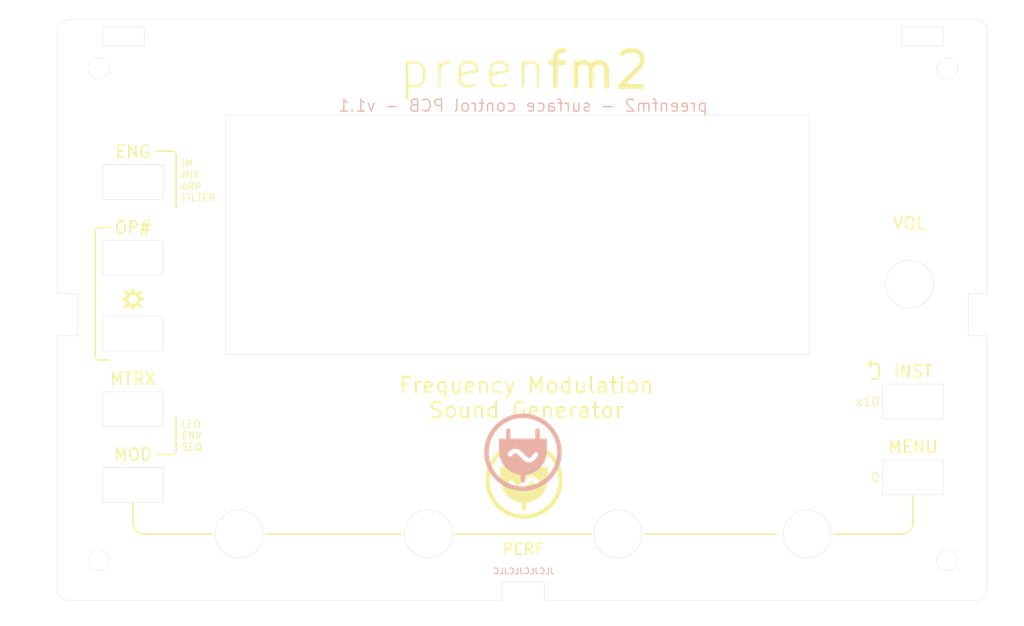
<source format=kicad_pcb>
(kicad_pcb (version 20171130) (host pcbnew "(5.1.8)-1")

  (general
    (thickness 1.6)
    (drawings 138)
    (tracks 0)
    (zones 0)
    (modules 6)
    (nets 1)
  )

  (page A4)
  (layers
    (0 F.Cu signal)
    (31 B.Cu signal)
    (32 B.Adhes user)
    (33 F.Adhes user)
    (34 B.Paste user)
    (35 F.Paste user)
    (36 B.SilkS user)
    (37 F.SilkS user)
    (38 B.Mask user)
    (39 F.Mask user)
    (40 Dwgs.User user)
    (41 Cmts.User user)
    (42 Eco1.User user)
    (43 Eco2.User user)
    (44 Edge.Cuts user)
    (45 Margin user)
    (46 B.CrtYd user)
    (47 F.CrtYd user)
    (48 B.Fab user)
    (49 F.Fab user)
  )

  (setup
    (last_trace_width 0.25)
    (trace_clearance 0.2)
    (zone_clearance 0.508)
    (zone_45_only no)
    (trace_min 0.2)
    (via_size 0.8)
    (via_drill 0.4)
    (via_min_size 0.4)
    (via_min_drill 0.3)
    (uvia_size 0.3)
    (uvia_drill 0.1)
    (uvias_allowed no)
    (uvia_min_size 0.2)
    (uvia_min_drill 0.1)
    (edge_width 0.05)
    (segment_width 0.2)
    (pcb_text_width 0.3)
    (pcb_text_size 1.5 1.5)
    (mod_edge_width 0.12)
    (mod_text_size 1 1)
    (mod_text_width 0.15)
    (pad_size 1.524 1.524)
    (pad_drill 0.762)
    (pad_to_mask_clearance 0)
    (aux_axis_origin 0 0)
    (visible_elements 7FFFFFFF)
    (pcbplotparams
      (layerselection 0x010fc_ffffffff)
      (usegerberextensions false)
      (usegerberattributes true)
      (usegerberadvancedattributes true)
      (creategerberjobfile true)
      (excludeedgelayer true)
      (linewidth 0.100000)
      (plotframeref false)
      (viasonmask false)
      (mode 1)
      (useauxorigin false)
      (hpglpennumber 1)
      (hpglpenspeed 20)
      (hpglpendiameter 15.000000)
      (psnegative false)
      (psa4output false)
      (plotreference true)
      (plotvalue true)
      (plotinvisibletext false)
      (padsonsilk false)
      (subtractmaskfromsilk false)
      (outputformat 1)
      (mirror false)
      (drillshape 0)
      (scaleselection 1)
      (outputdirectory "v1.0/Gerber_pfm2_Topsurface_v1/"))
  )

  (net 0 "")

  (net_class Default "This is the default net class."
    (clearance 0.2)
    (trace_width 0.25)
    (via_dia 0.8)
    (via_drill 0.4)
    (uvia_dia 0.3)
    (uvia_drill 0.1)
  )

  (module 0_pfm_lib:pfm_logo_15mm (layer B.Cu) (tedit 0) (tstamp 605FC94B)
    (at 116.84 136.906 180)
    (fp_text reference G*** (at 0 0) (layer B.SilkS) hide
      (effects (font (size 1.524 1.524) (thickness 0.3)) (justify mirror))
    )
    (fp_text value LOGO (at 0.75 0) (layer B.SilkS) hide
      (effects (font (size 1.524 1.524) (thickness 0.3)) (justify mirror))
    )
    (fp_poly (pts (xy -2.338367 4.140487) (xy -2.245007 4.10375) (xy -2.170571 4.049911) (xy -2.164401 4.043467)
      (xy -2.1414 4.017455) (xy -2.122394 3.991694) (xy -2.107002 3.9626) (xy -2.094844 3.926591)
      (xy -2.085539 3.880085) (xy -2.078705 3.819499) (xy -2.073963 3.74125) (xy -2.070931 3.641755)
      (xy -2.069228 3.517432) (xy -2.068474 3.364698) (xy -2.068288 3.17997) (xy -2.068285 3.139297)
      (xy -2.068285 2.413) (xy 2.104572 2.413) (xy 2.104572 3.139297) (xy 2.104691 3.330783)
      (xy 2.105303 3.489566) (xy 2.106787 3.619229) (xy 2.109526 3.723354) (xy 2.113899 3.805525)
      (xy 2.120288 3.869323) (xy 2.129074 3.918332) (xy 2.140637 3.956134) (xy 2.155358 3.986312)
      (xy 2.173619 4.012449) (xy 2.195799 4.038127) (xy 2.200688 4.043467) (xy 2.274492 4.100316)
      (xy 2.36718 4.137708) (xy 2.467197 4.153372) (xy 2.562985 4.145041) (xy 2.618009 4.125429)
      (xy 2.70428 4.067829) (xy 2.777883 3.992703) (xy 2.809227 3.946071) (xy 2.816834 3.928842)
      (xy 2.823144 3.904862) (xy 2.828311 3.870673) (xy 2.832491 3.822818) (xy 2.835839 3.75784)
      (xy 2.838511 3.672279) (xy 2.84066 3.562679) (xy 2.842443 3.425583) (xy 2.844015 3.257532)
      (xy 2.844833 3.152321) (xy 2.850308 2.413) (xy 4.027715 2.413) (xy 4.027715 1.271922)
      (xy 4.027531 1.012923) (xy 4.026884 0.786894) (xy 4.025632 0.590523) (xy 4.023631 0.420497)
      (xy 4.020739 0.273502) (xy 4.016814 0.146225) (xy 4.011711 0.035353) (xy 4.00529 -0.062428)
      (xy 3.997406 -0.150431) (xy 3.987917 -0.231969) (xy 3.97668 -0.310356) (xy 3.963553 -0.388904)
      (xy 3.953865 -0.442008) (xy 3.869064 -0.797806) (xy 3.750702 -1.14338) (xy 3.600631 -1.476418)
      (xy 3.420706 -1.794608) (xy 3.212776 -2.095638) (xy 2.978696 -2.377195) (xy 2.720317 -2.636968)
      (xy 2.439492 -2.872644) (xy 2.138072 -3.081912) (xy 1.817911 -3.262459) (xy 1.620259 -3.354884)
      (xy 1.266025 -3.488546) (xy 0.897595 -3.58894) (xy 0.60371 -3.643584) (xy 0.390072 -3.67559)
      (xy 0.381 -4.200902) (xy 0.378038 -4.361435) (xy 0.374816 -4.490026) (xy 0.370614 -4.591017)
      (xy 0.364712 -4.668748) (xy 0.356387 -4.727562) (xy 0.344921 -4.771799) (xy 0.329591 -4.8058)
      (xy 0.309678 -4.833906) (xy 0.284461 -4.860459) (xy 0.269084 -4.875027) (xy 0.18928 -4.928224)
      (xy 0.092561 -4.960796) (xy -0.008352 -4.970183) (xy -0.100737 -4.953826) (xy -0.108314 -4.950958)
      (xy -0.182781 -4.909404) (xy -0.25237 -4.850607) (xy -0.302256 -4.787203) (xy -0.303911 -4.784241)
      (xy -0.313346 -4.763075) (xy -0.320959 -4.734943) (xy -0.327048 -4.695588) (xy -0.33191 -4.640756)
      (xy -0.335843 -4.56619) (xy -0.339145 -4.467636) (xy -0.342113 -4.340839) (xy -0.344714 -4.200854)
      (xy -0.353785 -3.675494) (xy -0.553357 -3.645235) (xy -0.92697 -3.570962) (xy -1.287234 -3.464299)
      (xy -1.632458 -3.326766) (xy -1.960951 -3.15988) (xy -2.271022 -2.96516) (xy -2.560978 -2.744124)
      (xy -2.829129 -2.498289) (xy -3.073784 -2.229175) (xy -3.29325 -1.938298) (xy -3.485837 -1.627178)
      (xy -3.649853 -1.297332) (xy -3.783606 -0.950278) (xy -3.864714 -0.67305) (xy -3.885673 -0.590065)
      (xy -3.903874 -0.515689) (xy -3.919527 -0.446743) (xy -3.932845 -0.380049) (xy -3.94404 -0.312427)
      (xy -3.952299 -0.248611) (xy -2.521458 -0.248611) (xy -2.519346 -0.295932) (xy -2.510416 -0.340419)
      (xy -2.49158 -0.389293) (xy -2.459752 -0.449776) (xy -2.411841 -0.529087) (xy -2.379943 -0.579547)
      (xy -2.208428 -0.829268) (xy -2.035089 -1.042957) (xy -1.859543 -1.22084) (xy -1.681409 -1.363141)
      (xy -1.500304 -1.470086) (xy -1.315848 -1.541899) (xy -1.127657 -1.578806) (xy -0.935349 -1.581032)
      (xy -0.738544 -1.548802) (xy -0.736451 -1.548282) (xy -0.61498 -1.50767) (xy -0.479562 -1.444782)
      (xy -0.340044 -1.364734) (xy -0.206655 -1.272932) (xy -0.159948 -1.234275) (xy -0.092086 -1.173398)
      (xy -0.007129 -1.094174) (xy 0.090863 -1.000476) (xy 0.19783 -0.896178) (xy 0.309711 -0.785154)
      (xy 0.399143 -0.694991) (xy 0.548744 -0.544312) (xy 0.676851 -0.418289) (xy 0.786231 -0.314591)
      (xy 0.879647 -0.230888) (xy 0.959864 -0.164849) (xy 1.029647 -0.114144) (xy 1.091759 -0.076443)
      (xy 1.148966 -0.049415) (xy 1.177458 -0.038883) (xy 1.27095 -0.019739) (xy 1.364422 -0.026726)
      (xy 1.460521 -0.061251) (xy 1.561898 -0.124716) (xy 1.671203 -0.218528) (xy 1.791085 -0.344091)
      (xy 1.823827 -0.381546) (xy 1.89593 -0.462875) (xy 1.952396 -0.520149) (xy 1.999065 -0.558563)
      (xy 2.041776 -0.583311) (xy 2.058559 -0.590357) (xy 2.166599 -0.614073) (xy 2.271875 -0.605539)
      (xy 2.368566 -0.568378) (xy 2.450848 -0.50621) (xy 2.512901 -0.422655) (xy 2.5489 -0.321334)
      (xy 2.554292 -0.282056) (xy 2.552654 -0.204554) (xy 2.532764 -0.127262) (xy 2.491911 -0.044715)
      (xy 2.42739 0.048552) (xy 2.336492 0.158004) (xy 2.335954 0.158615) (xy 2.166877 0.334815)
      (xy 1.999503 0.476315) (xy 1.831458 0.584469) (xy 1.660369 0.660634) (xy 1.483862 0.706166)
      (xy 1.351643 0.720764) (xy 1.176827 0.716974) (xy 1.00783 0.685418) (xy 0.83918 0.624367)
      (xy 0.665401 0.532088) (xy 0.578679 0.476275) (xy 0.483982 0.408221) (xy 0.384874 0.328689)
      (xy 0.277675 0.234314) (xy 0.158704 0.121729) (xy 0.024283 -0.01243) (xy -0.127 -0.169145)
      (xy -0.273626 -0.321537) (xy -0.399722 -0.448681) (xy -0.508218 -0.55301) (xy -0.602042 -0.636957)
      (xy -0.684124 -0.702955) (xy -0.757394 -0.753438) (xy -0.824781 -0.79084) (xy -0.889214 -0.817593)
      (xy -0.919068 -0.827111) (xy -1.008734 -0.841647) (xy -1.098899 -0.83201) (xy -1.19133 -0.79683)
      (xy -1.287792 -0.734735) (xy -1.390052 -0.644354) (xy -1.499875 -0.524314) (xy -1.619028 -0.373246)
      (xy -1.749277 -0.189777) (xy -1.759857 -0.174209) (xy -1.833815 -0.06967) (xy -1.896462 0.006945)
      (xy -1.952874 0.060091) (xy -2.008125 0.09422) (xy -2.067291 0.113785) (xy -2.093583 0.118589)
      (xy -2.202257 0.117841) (xy -2.303629 0.085763) (xy -2.391965 0.027277) (xy -2.461527 -0.052694)
      (xy -2.506582 -0.14923) (xy -2.521458 -0.248611) (xy -3.952299 -0.248611) (xy -3.953323 -0.240699)
      (xy -3.960906 -0.161686) (xy -3.967001 -0.07221) (xy -3.971819 0.030909) (xy -3.975572 0.150848)
      (xy -3.978473 0.290788) (xy -3.980732 0.453905) (xy -3.982561 0.643381) (xy -3.984173 0.862392)
      (xy -3.985778 1.114118) (xy -3.985986 1.147536) (xy -3.99385 2.413) (xy -2.812142 2.413)
      (xy -2.812142 3.092464) (xy -2.811566 3.288118) (xy -2.809876 3.459828) (xy -2.807136 3.605208)
      (xy -2.803407 3.721875) (xy -2.79875 3.807445) (xy -2.793227 3.859533) (xy -2.792189 3.864966)
      (xy -2.752845 3.967917) (xy -2.686248 4.053033) (xy -2.598674 4.115209) (xy -2.496397 4.149343)
      (xy -2.436401 4.154316) (xy -2.338367 4.140487)) (layer B.SilkS) (width 0.01))
    (fp_poly (pts (xy 0.187931 6.611647) (xy 0.347541 6.609319) (xy 0.486766 6.604488) (xy 0.613545 6.5966)
      (xy 0.735814 6.585103) (xy 0.861511 6.569445) (xy 0.998574 6.549073) (xy 1.070429 6.537507)
      (xy 1.539639 6.442447) (xy 1.997874 6.313488) (xy 2.4435 6.151797) (xy 2.874878 5.958539)
      (xy 3.290372 5.734882) (xy 3.688345 5.48199) (xy 4.067161 5.201029) (xy 4.425183 4.893165)
      (xy 4.760774 4.559565) (xy 5.072297 4.201393) (xy 5.358115 3.819816) (xy 5.616593 3.416)
      (xy 5.727351 3.220357) (xy 5.941121 2.789519) (xy 6.1212 2.346821) (xy 6.267457 1.894199)
      (xy 6.379762 1.433586) (xy 6.457984 0.966918) (xy 6.501993 0.49613) (xy 6.511658 0.023155)
      (xy 6.48685 -0.45007) (xy 6.427438 -0.921611) (xy 6.333292 -1.389534) (xy 6.204281 -1.851903)
      (xy 6.090921 -2.177143) (xy 6.037425 -2.309478) (xy 5.970059 -2.462123) (xy 5.892866 -2.626972)
      (xy 5.809886 -2.795921) (xy 5.725162 -2.960864) (xy 5.642736 -3.113697) (xy 5.56665 -3.246314)
      (xy 5.520627 -3.320761) (xy 5.253203 -3.709749) (xy 4.971383 -4.06791) (xy 4.671835 -4.398973)
      (xy 4.35123 -4.706667) (xy 4.073072 -4.941926) (xy 3.680301 -5.233402) (xy 3.271292 -5.492469)
      (xy 2.846509 -5.718931) (xy 2.406415 -5.912592) (xy 1.951473 -6.073258) (xy 1.482146 -6.200733)
      (xy 0.998898 -6.294822) (xy 0.798286 -6.323518) (xy 0.693788 -6.334066) (xy 0.560903 -6.343085)
      (xy 0.407503 -6.350422) (xy 0.24146 -6.355924) (xy 0.070646 -6.35944) (xy -0.097066 -6.360816)
      (xy -0.253805 -6.359901) (xy -0.391697 -6.356541) (xy -0.50287 -6.350584) (xy -0.521074 -6.349079)
      (xy -1.005587 -6.287996) (xy -1.481146 -6.192202) (xy -1.946167 -6.062336) (xy -2.399061 -5.899035)
      (xy -2.838243 -5.702937) (xy -3.262124 -5.474677) (xy -3.669119 -5.214894) (xy -4.045857 -4.93372)
      (xy -4.412373 -4.616078) (xy -4.752616 -4.273813) (xy -5.065549 -3.908209) (xy -5.350137 -3.520548)
      (xy -5.605347 -3.112113) (xy -5.783034 -2.78057) (xy -5.977265 -2.359317) (xy -6.137626 -1.940168)
      (xy -6.265698 -1.517486) (xy -6.363064 -1.085634) (xy -6.431303 -0.638976) (xy -6.457784 -0.375476)
      (xy -6.478125 0.087933) (xy -6.471129 0.308918) (xy -5.729131 0.308918) (xy -5.726028 -0.141496)
      (xy -5.688193 -0.591847) (xy -5.615359 -1.039658) (xy -5.612883 -1.0518) (xy -5.506215 -1.482206)
      (xy -5.365147 -1.903356) (xy -5.190873 -2.313052) (xy -4.984585 -2.709097) (xy -4.747476 -3.089293)
      (xy -4.48074 -3.451443) (xy -4.185569 -3.79335) (xy -4.046329 -3.937473) (xy -3.708254 -4.250459)
      (xy -3.350905 -4.532862) (xy -2.975199 -4.784249) (xy -2.582052 -5.004188) (xy -2.172378 -5.192247)
      (xy -1.747093 -5.347993) (xy -1.307113 -5.470993) (xy -0.853354 -5.560815) (xy -0.515655 -5.605009)
      (xy -0.40403 -5.613028) (xy -0.264305 -5.617585) (xy -0.104481 -5.618887) (xy 0.067443 -5.617141)
      (xy 0.243468 -5.612553) (xy 0.415592 -5.60533) (xy 0.575817 -5.595679) (xy 0.716141 -5.583805)
      (xy 0.825501 -5.570386) (xy 1.287264 -5.482581) (xy 1.733049 -5.362433) (xy 2.162339 -5.210201)
      (xy 2.574616 -5.026144) (xy 2.969364 -4.810521) (xy 3.346064 -4.563591) (xy 3.704201 -4.285614)
      (xy 4.043256 -3.976848) (xy 4.082487 -3.937888) (xy 4.391791 -3.603052) (xy 4.672388 -3.247877)
      (xy 4.923237 -2.874281) (xy 5.143301 -2.484179) (xy 5.331539 -2.079489) (xy 5.486912 -1.662126)
      (xy 5.608381 -1.234008) (xy 5.649807 -1.047695) (xy 5.681467 -0.887745) (xy 5.706495 -0.747672)
      (xy 5.725636 -0.619477) (xy 5.739633 -0.49516) (xy 5.749231 -0.366724) (xy 5.755172 -0.22617)
      (xy 5.758202 -0.065499) (xy 5.759063 0.123288) (xy 5.759064 0.127) (xy 5.758451 0.303298)
      (xy 5.756442 0.4492) (xy 5.752781 0.570579) (xy 5.747214 0.673306) (xy 5.739484 0.763254)
      (xy 5.729337 0.846295) (xy 5.727114 0.861786) (xy 5.664519 1.228891) (xy 5.587343 1.570315)
      (xy 5.492969 1.894634) (xy 5.378779 2.210424) (xy 5.242157 2.526262) (xy 5.178967 2.657928)
      (xy 5.054422 2.899628) (xy 4.929466 3.118261) (xy 4.79646 3.326317) (xy 4.647765 3.536288)
      (xy 4.614924 3.580341) (xy 4.328131 3.932399) (xy 4.017167 4.258247) (xy 3.683828 4.556989)
      (xy 3.329909 4.827727) (xy 2.957205 5.069563) (xy 2.567512 5.2816) (xy 2.162627 5.46294)
      (xy 1.744344 5.612685) (xy 1.31446 5.729939) (xy 0.874769 5.813803) (xy 0.427068 5.863381)
      (xy 0.018143 5.877943) (xy -0.433336 5.860248) (xy -0.877609 5.807765) (xy -1.313023 5.721565)
      (xy -1.737927 5.602719) (xy -2.150668 5.452296) (xy -2.549594 5.271368) (xy -2.933053 5.061005)
      (xy -3.299394 4.822278) (xy -3.646963 4.556256) (xy -3.97411 4.264011) (xy -4.279182 3.946612)
      (xy -4.560527 3.605132) (xy -4.816493 3.240639) (xy -5.045428 2.854205) (xy -5.232997 2.475253)
      (xy -5.399554 2.061673) (xy -5.532713 1.635773) (xy -5.632207 1.200029) (xy -5.697768 0.756919)
      (xy -5.729131 0.308918) (xy -6.471129 0.308918) (xy -6.463373 0.553862) (xy -6.414302 1.019321)
      (xy -6.331683 1.481317) (xy -6.216288 1.936862) (xy -6.068891 2.382964) (xy -5.890262 2.816632)
      (xy -5.681176 3.234876) (xy -5.442404 3.634705) (xy -5.408966 3.685561) (xy -5.141689 4.06221)
      (xy -4.859876 4.408763) (xy -4.559224 4.729939) (xy -4.235434 5.030455) (xy -4.018642 5.210489)
      (xy -3.628775 5.498056) (xy -3.220415 5.754646) (xy -2.795021 5.979593) (xy -2.354053 6.172227)
      (xy -1.898971 6.33188) (xy -1.431234 6.457884) (xy -1.179285 6.510683) (xy -1.013235 6.54078)
      (xy -0.863957 6.564463) (xy -0.723125 6.582449) (xy -0.582415 6.595453) (xy -0.4335 6.604191)
      (xy -0.268054 6.609378) (xy -0.077752 6.61173) (xy 0 6.612023) (xy 0.187931 6.611647)) (layer B.SilkS) (width 0.01))
  )

  (module 0_pfm_lib:pfm_logo_15mm (layer F.Cu) (tedit 0) (tstamp 605FC45E)
    (at 116.99 141.605)
    (fp_text reference G*** (at 0 0) (layer F.SilkS) hide
      (effects (font (size 1.524 1.524) (thickness 0.3)))
    )
    (fp_text value LOGO (at 0.75 0) (layer F.SilkS) hide
      (effects (font (size 1.524 1.524) (thickness 0.3)))
    )
    (fp_poly (pts (xy -2.338367 -4.140487) (xy -2.245007 -4.10375) (xy -2.170571 -4.049911) (xy -2.164401 -4.043467)
      (xy -2.1414 -4.017455) (xy -2.122394 -3.991694) (xy -2.107002 -3.9626) (xy -2.094844 -3.926591)
      (xy -2.085539 -3.880085) (xy -2.078705 -3.819499) (xy -2.073963 -3.74125) (xy -2.070931 -3.641755)
      (xy -2.069228 -3.517432) (xy -2.068474 -3.364698) (xy -2.068288 -3.17997) (xy -2.068285 -3.139297)
      (xy -2.068285 -2.413) (xy 2.104572 -2.413) (xy 2.104572 -3.139297) (xy 2.104691 -3.330783)
      (xy 2.105303 -3.489566) (xy 2.106787 -3.619229) (xy 2.109526 -3.723354) (xy 2.113899 -3.805525)
      (xy 2.120288 -3.869323) (xy 2.129074 -3.918332) (xy 2.140637 -3.956134) (xy 2.155358 -3.986312)
      (xy 2.173619 -4.012449) (xy 2.195799 -4.038127) (xy 2.200688 -4.043467) (xy 2.274492 -4.100316)
      (xy 2.36718 -4.137708) (xy 2.467197 -4.153372) (xy 2.562985 -4.145041) (xy 2.618009 -4.125429)
      (xy 2.70428 -4.067829) (xy 2.777883 -3.992703) (xy 2.809227 -3.946071) (xy 2.816834 -3.928842)
      (xy 2.823144 -3.904862) (xy 2.828311 -3.870673) (xy 2.832491 -3.822818) (xy 2.835839 -3.75784)
      (xy 2.838511 -3.672279) (xy 2.84066 -3.562679) (xy 2.842443 -3.425583) (xy 2.844015 -3.257532)
      (xy 2.844833 -3.152321) (xy 2.850308 -2.413) (xy 4.027715 -2.413) (xy 4.027715 -1.271922)
      (xy 4.027531 -1.012923) (xy 4.026884 -0.786894) (xy 4.025632 -0.590523) (xy 4.023631 -0.420497)
      (xy 4.020739 -0.273502) (xy 4.016814 -0.146225) (xy 4.011711 -0.035353) (xy 4.00529 0.062428)
      (xy 3.997406 0.150431) (xy 3.987917 0.231969) (xy 3.97668 0.310356) (xy 3.963553 0.388904)
      (xy 3.953865 0.442008) (xy 3.869064 0.797806) (xy 3.750702 1.14338) (xy 3.600631 1.476418)
      (xy 3.420706 1.794608) (xy 3.212776 2.095638) (xy 2.978696 2.377195) (xy 2.720317 2.636968)
      (xy 2.439492 2.872644) (xy 2.138072 3.081912) (xy 1.817911 3.262459) (xy 1.620259 3.354884)
      (xy 1.266025 3.488546) (xy 0.897595 3.58894) (xy 0.60371 3.643584) (xy 0.390072 3.67559)
      (xy 0.381 4.200902) (xy 0.378038 4.361435) (xy 0.374816 4.490026) (xy 0.370614 4.591017)
      (xy 0.364712 4.668748) (xy 0.356387 4.727562) (xy 0.344921 4.771799) (xy 0.329591 4.8058)
      (xy 0.309678 4.833906) (xy 0.284461 4.860459) (xy 0.269084 4.875027) (xy 0.18928 4.928224)
      (xy 0.092561 4.960796) (xy -0.008352 4.970183) (xy -0.100737 4.953826) (xy -0.108314 4.950958)
      (xy -0.182781 4.909404) (xy -0.25237 4.850607) (xy -0.302256 4.787203) (xy -0.303911 4.784241)
      (xy -0.313346 4.763075) (xy -0.320959 4.734943) (xy -0.327048 4.695588) (xy -0.33191 4.640756)
      (xy -0.335843 4.56619) (xy -0.339145 4.467636) (xy -0.342113 4.340839) (xy -0.344714 4.200854)
      (xy -0.353785 3.675494) (xy -0.553357 3.645235) (xy -0.92697 3.570962) (xy -1.287234 3.464299)
      (xy -1.632458 3.326766) (xy -1.960951 3.15988) (xy -2.271022 2.96516) (xy -2.560978 2.744124)
      (xy -2.829129 2.498289) (xy -3.073784 2.229175) (xy -3.29325 1.938298) (xy -3.485837 1.627178)
      (xy -3.649853 1.297332) (xy -3.783606 0.950278) (xy -3.864714 0.67305) (xy -3.885673 0.590065)
      (xy -3.903874 0.515689) (xy -3.919527 0.446743) (xy -3.932845 0.380049) (xy -3.94404 0.312427)
      (xy -3.952299 0.248611) (xy -2.521458 0.248611) (xy -2.519346 0.295932) (xy -2.510416 0.340419)
      (xy -2.49158 0.389293) (xy -2.459752 0.449776) (xy -2.411841 0.529087) (xy -2.379943 0.579547)
      (xy -2.208428 0.829268) (xy -2.035089 1.042957) (xy -1.859543 1.22084) (xy -1.681409 1.363141)
      (xy -1.500304 1.470086) (xy -1.315848 1.541899) (xy -1.127657 1.578806) (xy -0.935349 1.581032)
      (xy -0.738544 1.548802) (xy -0.736451 1.548282) (xy -0.61498 1.50767) (xy -0.479562 1.444782)
      (xy -0.340044 1.364734) (xy -0.206655 1.272932) (xy -0.159948 1.234275) (xy -0.092086 1.173398)
      (xy -0.007129 1.094174) (xy 0.090863 1.000476) (xy 0.19783 0.896178) (xy 0.309711 0.785154)
      (xy 0.399143 0.694991) (xy 0.548744 0.544312) (xy 0.676851 0.418289) (xy 0.786231 0.314591)
      (xy 0.879647 0.230888) (xy 0.959864 0.164849) (xy 1.029647 0.114144) (xy 1.091759 0.076443)
      (xy 1.148966 0.049415) (xy 1.177458 0.038883) (xy 1.27095 0.019739) (xy 1.364422 0.026726)
      (xy 1.460521 0.061251) (xy 1.561898 0.124716) (xy 1.671203 0.218528) (xy 1.791085 0.344091)
      (xy 1.823827 0.381546) (xy 1.89593 0.462875) (xy 1.952396 0.520149) (xy 1.999065 0.558563)
      (xy 2.041776 0.583311) (xy 2.058559 0.590357) (xy 2.166599 0.614073) (xy 2.271875 0.605539)
      (xy 2.368566 0.568378) (xy 2.450848 0.50621) (xy 2.512901 0.422655) (xy 2.5489 0.321334)
      (xy 2.554292 0.282056) (xy 2.552654 0.204554) (xy 2.532764 0.127262) (xy 2.491911 0.044715)
      (xy 2.42739 -0.048552) (xy 2.336492 -0.158004) (xy 2.335954 -0.158615) (xy 2.166877 -0.334815)
      (xy 1.999503 -0.476315) (xy 1.831458 -0.584469) (xy 1.660369 -0.660634) (xy 1.483862 -0.706166)
      (xy 1.351643 -0.720764) (xy 1.176827 -0.716974) (xy 1.00783 -0.685418) (xy 0.83918 -0.624367)
      (xy 0.665401 -0.532088) (xy 0.578679 -0.476275) (xy 0.483982 -0.408221) (xy 0.384874 -0.328689)
      (xy 0.277675 -0.234314) (xy 0.158704 -0.121729) (xy 0.024283 0.01243) (xy -0.127 0.169145)
      (xy -0.273626 0.321537) (xy -0.399722 0.448681) (xy -0.508218 0.55301) (xy -0.602042 0.636957)
      (xy -0.684124 0.702955) (xy -0.757394 0.753438) (xy -0.824781 0.79084) (xy -0.889214 0.817593)
      (xy -0.919068 0.827111) (xy -1.008734 0.841647) (xy -1.098899 0.83201) (xy -1.19133 0.79683)
      (xy -1.287792 0.734735) (xy -1.390052 0.644354) (xy -1.499875 0.524314) (xy -1.619028 0.373246)
      (xy -1.749277 0.189777) (xy -1.759857 0.174209) (xy -1.833815 0.06967) (xy -1.896462 -0.006945)
      (xy -1.952874 -0.060091) (xy -2.008125 -0.09422) (xy -2.067291 -0.113785) (xy -2.093583 -0.118589)
      (xy -2.202257 -0.117841) (xy -2.303629 -0.085763) (xy -2.391965 -0.027277) (xy -2.461527 0.052694)
      (xy -2.506582 0.14923) (xy -2.521458 0.248611) (xy -3.952299 0.248611) (xy -3.953323 0.240699)
      (xy -3.960906 0.161686) (xy -3.967001 0.07221) (xy -3.971819 -0.030909) (xy -3.975572 -0.150848)
      (xy -3.978473 -0.290788) (xy -3.980732 -0.453905) (xy -3.982561 -0.643381) (xy -3.984173 -0.862392)
      (xy -3.985778 -1.114118) (xy -3.985986 -1.147536) (xy -3.99385 -2.413) (xy -2.812142 -2.413)
      (xy -2.812142 -3.092464) (xy -2.811566 -3.288118) (xy -2.809876 -3.459828) (xy -2.807136 -3.605208)
      (xy -2.803407 -3.721875) (xy -2.79875 -3.807445) (xy -2.793227 -3.859533) (xy -2.792189 -3.864966)
      (xy -2.752845 -3.967917) (xy -2.686248 -4.053033) (xy -2.598674 -4.115209) (xy -2.496397 -4.149343)
      (xy -2.436401 -4.154316) (xy -2.338367 -4.140487)) (layer F.SilkS) (width 0.01))
    (fp_poly (pts (xy 0.187931 -6.611647) (xy 0.347541 -6.609319) (xy 0.486766 -6.604488) (xy 0.613545 -6.5966)
      (xy 0.735814 -6.585103) (xy 0.861511 -6.569445) (xy 0.998574 -6.549073) (xy 1.070429 -6.537507)
      (xy 1.539639 -6.442447) (xy 1.997874 -6.313488) (xy 2.4435 -6.151797) (xy 2.874878 -5.958539)
      (xy 3.290372 -5.734882) (xy 3.688345 -5.48199) (xy 4.067161 -5.201029) (xy 4.425183 -4.893165)
      (xy 4.760774 -4.559565) (xy 5.072297 -4.201393) (xy 5.358115 -3.819816) (xy 5.616593 -3.416)
      (xy 5.727351 -3.220357) (xy 5.941121 -2.789519) (xy 6.1212 -2.346821) (xy 6.267457 -1.894199)
      (xy 6.379762 -1.433586) (xy 6.457984 -0.966918) (xy 6.501993 -0.49613) (xy 6.511658 -0.023155)
      (xy 6.48685 0.45007) (xy 6.427438 0.921611) (xy 6.333292 1.389534) (xy 6.204281 1.851903)
      (xy 6.090921 2.177143) (xy 6.037425 2.309478) (xy 5.970059 2.462123) (xy 5.892866 2.626972)
      (xy 5.809886 2.795921) (xy 5.725162 2.960864) (xy 5.642736 3.113697) (xy 5.56665 3.246314)
      (xy 5.520627 3.320761) (xy 5.253203 3.709749) (xy 4.971383 4.06791) (xy 4.671835 4.398973)
      (xy 4.35123 4.706667) (xy 4.073072 4.941926) (xy 3.680301 5.233402) (xy 3.271292 5.492469)
      (xy 2.846509 5.718931) (xy 2.406415 5.912592) (xy 1.951473 6.073258) (xy 1.482146 6.200733)
      (xy 0.998898 6.294822) (xy 0.798286 6.323518) (xy 0.693788 6.334066) (xy 0.560903 6.343085)
      (xy 0.407503 6.350422) (xy 0.24146 6.355924) (xy 0.070646 6.35944) (xy -0.097066 6.360816)
      (xy -0.253805 6.359901) (xy -0.391697 6.356541) (xy -0.50287 6.350584) (xy -0.521074 6.349079)
      (xy -1.005587 6.287996) (xy -1.481146 6.192202) (xy -1.946167 6.062336) (xy -2.399061 5.899035)
      (xy -2.838243 5.702937) (xy -3.262124 5.474677) (xy -3.669119 5.214894) (xy -4.045857 4.93372)
      (xy -4.412373 4.616078) (xy -4.752616 4.273813) (xy -5.065549 3.908209) (xy -5.350137 3.520548)
      (xy -5.605347 3.112113) (xy -5.783034 2.78057) (xy -5.977265 2.359317) (xy -6.137626 1.940168)
      (xy -6.265698 1.517486) (xy -6.363064 1.085634) (xy -6.431303 0.638976) (xy -6.457784 0.375476)
      (xy -6.478125 -0.087933) (xy -6.471129 -0.308918) (xy -5.729131 -0.308918) (xy -5.726028 0.141496)
      (xy -5.688193 0.591847) (xy -5.615359 1.039658) (xy -5.612883 1.0518) (xy -5.506215 1.482206)
      (xy -5.365147 1.903356) (xy -5.190873 2.313052) (xy -4.984585 2.709097) (xy -4.747476 3.089293)
      (xy -4.48074 3.451443) (xy -4.185569 3.79335) (xy -4.046329 3.937473) (xy -3.708254 4.250459)
      (xy -3.350905 4.532862) (xy -2.975199 4.784249) (xy -2.582052 5.004188) (xy -2.172378 5.192247)
      (xy -1.747093 5.347993) (xy -1.307113 5.470993) (xy -0.853354 5.560815) (xy -0.515655 5.605009)
      (xy -0.40403 5.613028) (xy -0.264305 5.617585) (xy -0.104481 5.618887) (xy 0.067443 5.617141)
      (xy 0.243468 5.612553) (xy 0.415592 5.60533) (xy 0.575817 5.595679) (xy 0.716141 5.583805)
      (xy 0.825501 5.570386) (xy 1.287264 5.482581) (xy 1.733049 5.362433) (xy 2.162339 5.210201)
      (xy 2.574616 5.026144) (xy 2.969364 4.810521) (xy 3.346064 4.563591) (xy 3.704201 4.285614)
      (xy 4.043256 3.976848) (xy 4.082487 3.937888) (xy 4.391791 3.603052) (xy 4.672388 3.247877)
      (xy 4.923237 2.874281) (xy 5.143301 2.484179) (xy 5.331539 2.079489) (xy 5.486912 1.662126)
      (xy 5.608381 1.234008) (xy 5.649807 1.047695) (xy 5.681467 0.887745) (xy 5.706495 0.747672)
      (xy 5.725636 0.619477) (xy 5.739633 0.49516) (xy 5.749231 0.366724) (xy 5.755172 0.22617)
      (xy 5.758202 0.065499) (xy 5.759063 -0.123288) (xy 5.759064 -0.127) (xy 5.758451 -0.303298)
      (xy 5.756442 -0.4492) (xy 5.752781 -0.570579) (xy 5.747214 -0.673306) (xy 5.739484 -0.763254)
      (xy 5.729337 -0.846295) (xy 5.727114 -0.861786) (xy 5.664519 -1.228891) (xy 5.587343 -1.570315)
      (xy 5.492969 -1.894634) (xy 5.378779 -2.210424) (xy 5.242157 -2.526262) (xy 5.178967 -2.657928)
      (xy 5.054422 -2.899628) (xy 4.929466 -3.118261) (xy 4.79646 -3.326317) (xy 4.647765 -3.536288)
      (xy 4.614924 -3.580341) (xy 4.328131 -3.932399) (xy 4.017167 -4.258247) (xy 3.683828 -4.556989)
      (xy 3.329909 -4.827727) (xy 2.957205 -5.069563) (xy 2.567512 -5.2816) (xy 2.162627 -5.46294)
      (xy 1.744344 -5.612685) (xy 1.31446 -5.729939) (xy 0.874769 -5.813803) (xy 0.427068 -5.863381)
      (xy 0.018143 -5.877943) (xy -0.433336 -5.860248) (xy -0.877609 -5.807765) (xy -1.313023 -5.721565)
      (xy -1.737927 -5.602719) (xy -2.150668 -5.452296) (xy -2.549594 -5.271368) (xy -2.933053 -5.061005)
      (xy -3.299394 -4.822278) (xy -3.646963 -4.556256) (xy -3.97411 -4.264011) (xy -4.279182 -3.946612)
      (xy -4.560527 -3.605132) (xy -4.816493 -3.240639) (xy -5.045428 -2.854205) (xy -5.232997 -2.475253)
      (xy -5.399554 -2.061673) (xy -5.532713 -1.635773) (xy -5.632207 -1.200029) (xy -5.697768 -0.756919)
      (xy -5.729131 -0.308918) (xy -6.471129 -0.308918) (xy -6.463373 -0.553862) (xy -6.414302 -1.019321)
      (xy -6.331683 -1.481317) (xy -6.216288 -1.936862) (xy -6.068891 -2.382964) (xy -5.890262 -2.816632)
      (xy -5.681176 -3.234876) (xy -5.442404 -3.634705) (xy -5.408966 -3.685561) (xy -5.141689 -4.06221)
      (xy -4.859876 -4.408763) (xy -4.559224 -4.729939) (xy -4.235434 -5.030455) (xy -4.018642 -5.210489)
      (xy -3.628775 -5.498056) (xy -3.220415 -5.754646) (xy -2.795021 -5.979593) (xy -2.354053 -6.172227)
      (xy -1.898971 -6.33188) (xy -1.431234 -6.457884) (xy -1.179285 -6.510683) (xy -1.013235 -6.54078)
      (xy -0.863957 -6.564463) (xy -0.723125 -6.582449) (xy -0.582415 -6.595453) (xy -0.4335 -6.604191)
      (xy -0.268054 -6.609378) (xy -0.077752 -6.61173) (xy 0 -6.612023) (xy 0.187931 -6.611647)) (layer F.SilkS) (width 0.01))
  )

  (module 0_pfm_lib:FMHole3.5mm (layer F.Cu) (tedit 5DE1904C) (tstamp 605FC1E4)
    (at 45.72 72.39)
    (fp_text reference h (at 0 -1.27) (layer F.SilkS) hide
      (effects (font (size 0.50038 0.50038) (thickness 0.0508)))
    )
    (fp_text value VAL** (at 0 1.27) (layer F.SilkS) hide
      (effects (font (size 0.50038 0.50038) (thickness 0.0508)))
    )
    (pad "" thru_hole circle (at 0 0) (size 3.5 3.5) (drill 3.5) (layers *.Cu *.Mask F.SilkS))
  )

  (module 0_pfm_lib:FMHole3.5mm (layer F.Cu) (tedit 5DE1904C) (tstamp 605FC1E0)
    (at 187.96 72.39)
    (fp_text reference h (at 0 -1.27) (layer F.SilkS) hide
      (effects (font (size 0.50038 0.50038) (thickness 0.0508)))
    )
    (fp_text value VAL** (at 0 1.27) (layer F.SilkS) hide
      (effects (font (size 0.50038 0.50038) (thickness 0.0508)))
    )
    (pad "" thru_hole circle (at 0 0) (size 3.5 3.5) (drill 3.5) (layers *.Cu *.Mask F.SilkS))
  )

  (module 0_pfm_lib:FMHole3.5mm (layer F.Cu) (tedit 5DE1904C) (tstamp 605FC1D8)
    (at 187.96 154.94)
    (fp_text reference h (at 0 -1.27) (layer F.SilkS) hide
      (effects (font (size 0.50038 0.50038) (thickness 0.0508)))
    )
    (fp_text value VAL** (at 0 1.27) (layer F.SilkS) hide
      (effects (font (size 0.50038 0.50038) (thickness 0.0508)))
    )
    (pad "" thru_hole circle (at 0 0) (size 3.5 3.5) (drill 3.5) (layers *.Cu *.Mask F.SilkS))
  )

  (module 0_pfm_lib:FMHole3.5mm (layer F.Cu) (tedit 5DE1904C) (tstamp 605FC199)
    (at 45.72 154.94)
    (fp_text reference h (at 0 -1.27) (layer F.SilkS) hide
      (effects (font (size 0.50038 0.50038) (thickness 0.0508)))
    )
    (fp_text value VAL** (at 0 1.27) (layer F.SilkS) hide
      (effects (font (size 0.50038 0.50038) (thickness 0.0508)))
    )
    (pad "" thru_hole circle (at 0 0) (size 3.5 3.5) (drill 3.5) (layers *.Cu *.Mask F.SilkS))
  )

  (gr_text VOL (at 181.61 98.3615) (layer F.SilkS) (tstamp 605FCE04)
    (effects (font (size 2 2) (thickness 0.3)))
  )
  (gr_arc (start 176.022 123.952) (end 176.022 124.46) (angle -90) (layer F.SilkS) (width 0.25) (tstamp 605FCB18))
  (gr_arc (start 176.022 122.428) (end 176.53 122.428) (angle -90) (layer F.SilkS) (width 0.25))
  (gr_line (start 57.912 137.16) (end 55.245 137.16) (layer F.SilkS) (width 0.25) (tstamp 605FCA3A))
  (gr_line (start 58.674 136.398) (end 58.674 130.937) (layer F.SilkS) (width 0.25) (tstamp 605FCA39))
  (gr_arc (start 57.912 136.398) (end 57.912 137.16) (angle -90) (layer F.SilkS) (width 0.25) (tstamp 605FCA38))
  (gr_text "LFO\nENV\nSEQ" (at 59.436 133.985) (layer F.SilkS) (tstamp 605FCA37)
    (effects (font (size 1.2 1.2) (thickness 0.15)) (justify left))
  )
  (gr_text "IM\nMIX\nARP\nFILTER" (at 59.436 91.186) (layer F.SilkS)
    (effects (font (size 1.2 1.2) (thickness 0.15)) (justify left))
  )
  (gr_arc (start 57.912 86.995) (end 58.674 86.995) (angle -90) (layer F.SilkS) (width 0.25) (tstamp 605FCA18))
  (gr_line (start 57.912 86.233) (end 55.245 86.233) (layer F.SilkS) (width 0.25) (tstamp 605FCA17))
  (gr_line (start 58.674 95.758) (end 58.674 86.995) (layer F.SilkS) (width 0.25) (tstamp 605FCA16))
  (gr_arc (start 45.847 120.523) (end 45.085 120.523) (angle -90) (layer F.SilkS) (width 0.25) (tstamp 605FCA0C))
  (gr_arc (start 45.847 99.822) (end 45.847 99.06) (angle -90) (layer F.SilkS) (width 0.25))
  (gr_line (start 45.847 121.285) (end 47.498 121.285) (layer F.SilkS) (width 0.25) (tstamp 605FC9AA))
  (gr_text JLCJLCJLCJLC (at 116.967 156.718) (layer B.SilkS)
    (effects (font (size 1 1) (thickness 0.15)) (justify mirror))
  )
  (gr_text "preenfm2 - surface control PCB - v1.1" (at 116.84 78.613) (layer B.SilkS)
    (effects (font (size 2 2) (thickness 0.2)) (justify mirror))
  )
  (gr_line (start 52.705 111.125) (end 53.086 111.125) (layer F.SilkS) (width 0.5) (tstamp 605FC8C2))
  (gr_line (start 52.705 112.395) (end 52.324 112.014) (layer F.SilkS) (width 0.5) (tstamp 605FC8BF))
  (gr_line (start 51.435 112.776) (end 51.435 112.395) (layer F.SilkS) (width 0.5) (tstamp 605FC8BC))
  (gr_line (start 52.324 110.236) (end 52.705 109.855) (layer F.SilkS) (width 0.5) (tstamp 605FC8B9))
  (gr_line (start 49.784 111.125) (end 50.165 111.125) (layer F.SilkS) (width 0.5))
  (gr_line (start 51.435 109.855) (end 51.435 109.474) (layer F.SilkS) (width 0.5))
  (gr_line (start 50.546 110.236) (end 50.165 109.855) (layer F.SilkS) (width 0.5))
  (gr_line (start 50.165 112.395) (end 50.546 112.014) (layer F.SilkS) (width 0.5))
  (gr_circle (center 51.435 111.125) (end 52.451 111.125) (layer F.SilkS) (width 0.5))
  (gr_line (start 45.085 99.822) (end 45.085 120.523) (layer F.SilkS) (width 0.25))
  (gr_line (start 47.879 99.06) (end 45.847 99.06) (layer F.SilkS) (width 0.25))
  (gr_poly (pts (xy 175.26 122.555) (xy 174.625 121.92) (xy 175.26 121.285)) (layer F.SilkS) (width 0.1))
  (gr_line (start 176.022 121.92) (end 175.26 121.92) (layer F.SilkS) (width 0.25))
  (gr_line (start 176.53 123.952) (end 176.53 122.428) (layer F.SilkS) (width 0.25))
  (gr_line (start 175.26 124.46) (end 176.022 124.46) (layer F.SilkS) (width 0.25))
  (gr_text 0 (at 175.895 140.97) (layer F.SilkS) (tstamp 605FC513)
    (effects (font (size 1.5 1.5) (thickness 0.15)))
  )
  (gr_text x10 (at 174.625 128.27) (layer F.SilkS)
    (effects (font (size 1.5 1.5) (thickness 0.15)))
  )
  (gr_text INST (at 182.245 123.19) (layer F.SilkS) (tstamp 605FCE01)
    (effects (font (size 2 2) (thickness 0.3)))
  )
  (gr_text MENU (at 182.245 135.89) (layer F.SilkS) (tstamp 605FC504)
    (effects (font (size 2 2) (thickness 0.3)))
  )
  (gr_text PERF (at 116.84 153.035) (layer F.SilkS)
    (effects (font (size 1.8 1.8) (thickness 0.3)))
  )
  (gr_text MOD (at 51.435 137.16) (layer F.SilkS) (tstamp 605FC4D4)
    (effects (font (size 2 2) (thickness 0.3)))
  )
  (gr_text MTRX (at 51.435 124.46) (layer F.SilkS) (tstamp 605FC4D2)
    (effects (font (size 2 2) (thickness 0.3)))
  )
  (gr_text OP# (at 51.435 99.06) (layer F.SilkS) (tstamp 605FC4CE)
    (effects (font (size 2 2) (thickness 0.3)))
  )
  (gr_text ENG (at 51.435 86.36) (layer F.SilkS) (tstamp 605FC4CA)
    (effects (font (size 2 2) (thickness 0.3)))
  )
  (gr_line (start 182.245 148.59) (end 182.245 144.145) (layer F.SilkS) (width 0.25))
  (gr_line (start 51.435 148.59) (end 51.435 145.415) (layer F.SilkS) (width 0.25))
  (gr_arc (start 53.34 148.59) (end 51.435 148.59) (angle -90) (layer F.SilkS) (width 0.25))
  (gr_arc (start 180.34 148.59) (end 180.34 150.495) (angle -90) (layer F.SilkS) (width 0.25))
  (gr_line (start 168.91 150.495) (end 180.34 150.495) (layer F.SilkS) (width 0.25))
  (gr_line (start 137.16 150.495) (end 159.385 150.495) (layer F.SilkS) (width 0.25))
  (gr_line (start 105.41 150.495) (end 128.27 150.495) (layer F.SilkS) (width 0.25))
  (gr_line (start 73.66 150.495) (end 96.52 150.495) (layer F.SilkS) (width 0.25))
  (gr_line (start 64.77 150.495) (end 64.135 150.495) (layer F.SilkS) (width 0.12))
  (gr_line (start 53.34 150.495) (end 64.77 150.495) (layer F.SilkS) (width 0.25))
  (gr_arc (start 40.767 159.639) (end 38.735 159.639) (angle -90) (layer Edge.Cuts) (width 0.05) (tstamp 605FC482))
  (gr_arc (start 192.659 159.639) (end 192.659 161.671) (angle -90) (layer Edge.Cuts) (width 0.05) (tstamp 605FC47D))
  (gr_arc (start 192.659 66.167) (end 194.691 66.167) (angle -90) (layer Edge.Cuts) (width 0.05) (tstamp 605FC478))
  (gr_arc (start 40.767 66.167) (end 40.767 64.135) (angle -90) (layer Edge.Cuts) (width 0.05))
  (gr_text "Frequency Modulation\nSound Generator" (at 117.39 127.635) (layer F.SilkS) (tstamp 605FCADA)
    (effects (font (size 2.6 2.6) (thickness 0.35)))
  )
  (gr_text fm2 (at 129.41 72.65) (layer F.SilkS)
    (effects (font (size 6 6) (thickness 0.8)))
  )
  (gr_text preenfm2 (at 116.96 72.6) (layer F.SilkS)
    (effects (font (size 6 6) (thickness 0.4)))
  )
  (gr_line (start 164.82 120.39) (end 164.82 80.23) (layer Edge.Cuts) (width 0.05) (tstamp 605FC3F5))
  (gr_line (start 66.95 80.23) (end 164.82 80.23) (layer Edge.Cuts) (width 0.05) (tstamp 605FC3F2))
  (gr_line (start 66.95 120.39) (end 164.82 120.39) (layer Edge.Cuts) (width 0.05) (tstamp 6060A861))
  (gr_line (start 66.95 120.39) (end 66.95 80.23) (layer Edge.Cuts) (width 0.05))
  (gr_circle (center 181.61 108.585) (end 185.42 109.855) (layer Edge.Cuts) (width 0.05) (tstamp 605FC3D5))
  (gr_circle (center 164.465 150.495) (end 168.275 151.765) (layer Edge.Cuts) (width 0.05) (tstamp 605FC3BD))
  (gr_circle (center 132.715 150.495) (end 136.525 151.765) (layer Edge.Cuts) (width 0.05) (tstamp 605FC3BB))
  (gr_circle (center 100.965 150.495) (end 104.775 151.765) (layer Edge.Cuts) (width 0.05) (tstamp 605FC3B9))
  (gr_circle (center 69.215 150.495) (end 73.025 151.765) (layer Edge.Cuts) (width 0.05))
  (gr_line (start 177.165 131.191) (end 177.165 125.349) (layer Edge.Cuts) (width 0.05) (tstamp 605FC3B1))
  (gr_line (start 177.165 125.349) (end 187.325 125.349) (layer Edge.Cuts) (width 0.05) (tstamp 605FC3B0))
  (gr_line (start 181.61 128.27) (end 182.88 128.27) (layer F.Fab) (width 0.15) (tstamp 605FC3AF))
  (gr_line (start 187.325 131.191) (end 177.165 131.191) (layer Edge.Cuts) (width 0.05) (tstamp 605FC3AE))
  (gr_line (start 182.245 127.635) (end 182.245 128.905) (layer F.Fab) (width 0.15) (tstamp 605FC3AD))
  (gr_line (start 187.325 125.349) (end 187.325 131.191) (layer Edge.Cuts) (width 0.05) (tstamp 605FC3AC))
  (gr_line (start 187.325 143.891) (end 177.165 143.891) (layer Edge.Cuts) (width 0.05) (tstamp 605FC38D))
  (gr_line (start 181.61 140.97) (end 182.88 140.97) (layer F.Fab) (width 0.15) (tstamp 605FC38C))
  (gr_line (start 177.165 138.049) (end 187.325 138.049) (layer Edge.Cuts) (width 0.05) (tstamp 605FC38B))
  (gr_line (start 187.325 138.049) (end 187.325 143.891) (layer Edge.Cuts) (width 0.05) (tstamp 605FC38A))
  (gr_line (start 177.165 143.891) (end 177.165 138.049) (layer Edge.Cuts) (width 0.05) (tstamp 605FC389))
  (gr_line (start 182.245 140.335) (end 182.245 141.605) (layer F.Fab) (width 0.15) (tstamp 605FC388))
  (gr_line (start 56.515 88.519) (end 56.515 94.361) (layer Edge.Cuts) (width 0.05) (tstamp 605FC371))
  (gr_line (start 56.515 94.361) (end 46.355 94.361) (layer Edge.Cuts) (width 0.05) (tstamp 605FC370))
  (gr_line (start 51.435 90.805) (end 51.435 92.075) (layer F.Fab) (width 0.15) (tstamp 605FC36F))
  (gr_line (start 50.8 91.44) (end 52.07 91.44) (layer F.Fab) (width 0.15) (tstamp 605FC36E))
  (gr_line (start 46.355 94.361) (end 46.355 88.519) (layer Edge.Cuts) (width 0.05) (tstamp 605FC36D))
  (gr_line (start 46.355 88.519) (end 56.515 88.519) (layer Edge.Cuts) (width 0.05) (tstamp 605FC36C))
  (gr_line (start 56.515 101.219) (end 56.515 107.061) (layer Edge.Cuts) (width 0.05) (tstamp 605FC365))
  (gr_line (start 50.8 104.14) (end 52.07 104.14) (layer F.Fab) (width 0.15) (tstamp 605FC364))
  (gr_line (start 51.435 103.505) (end 51.435 104.775) (layer F.Fab) (width 0.15) (tstamp 605FC363))
  (gr_line (start 46.355 107.061) (end 46.355 101.219) (layer Edge.Cuts) (width 0.05) (tstamp 605FC362))
  (gr_line (start 46.355 101.219) (end 56.515 101.219) (layer Edge.Cuts) (width 0.05) (tstamp 605FC361))
  (gr_line (start 56.515 107.061) (end 46.355 107.061) (layer Edge.Cuts) (width 0.05) (tstamp 605FC360))
  (gr_line (start 46.355 119.761) (end 46.355 113.919) (layer Edge.Cuts) (width 0.05) (tstamp 605FC341))
  (gr_line (start 51.435 116.205) (end 51.435 117.475) (layer F.Fab) (width 0.15) (tstamp 605FC340))
  (gr_line (start 50.8 116.84) (end 52.07 116.84) (layer F.Fab) (width 0.15) (tstamp 605FC33F))
  (gr_line (start 46.355 113.919) (end 56.515 113.919) (layer Edge.Cuts) (width 0.05) (tstamp 605FC33E))
  (gr_line (start 56.515 113.919) (end 56.515 119.761) (layer Edge.Cuts) (width 0.05) (tstamp 605FC33D))
  (gr_line (start 56.515 119.761) (end 46.355 119.761) (layer Edge.Cuts) (width 0.05) (tstamp 605FC33C))
  (gr_line (start 56.515 132.461) (end 46.355 132.461) (layer Edge.Cuts) (width 0.05) (tstamp 605FC335))
  (gr_line (start 50.8 129.54) (end 52.07 129.54) (layer F.Fab) (width 0.15) (tstamp 605FC334))
  (gr_line (start 46.355 126.619) (end 56.515 126.619) (layer Edge.Cuts) (width 0.05) (tstamp 605FC333))
  (gr_line (start 56.515 126.619) (end 56.515 132.461) (layer Edge.Cuts) (width 0.05) (tstamp 605FC332))
  (gr_line (start 46.355 132.461) (end 46.355 126.619) (layer Edge.Cuts) (width 0.05) (tstamp 605FC331))
  (gr_line (start 51.435 128.905) (end 51.435 130.175) (layer F.Fab) (width 0.15) (tstamp 605FC330))
  (gr_line (start 46.355 145.161) (end 46.355 139.319) (layer Edge.Cuts) (width 0.05) (tstamp 605FC321))
  (gr_line (start 56.515 145.161) (end 46.355 145.161) (layer Edge.Cuts) (width 0.05))
  (gr_line (start 56.515 139.319) (end 56.515 145.161) (layer Edge.Cuts) (width 0.05))
  (gr_line (start 46.355 139.319) (end 56.515 139.319) (layer Edge.Cuts) (width 0.05))
  (gr_line (start 50.8 142.24) (end 52.07 142.24) (layer F.Fab) (width 0.15))
  (gr_line (start 51.435 141.605) (end 51.435 142.875) (layer F.Fab) (width 0.15))
  (gr_line (start 116.84 60.96) (end 116.84 165.862) (layer F.Fab) (width 0.15) (tstamp 605FC4B3))
  (gr_line (start 200.787 113.665) (end 29.21 113.665) (layer F.Fab) (width 0.15))
  (gr_line (start 180.34 68.58) (end 180.34 65.405) (layer Edge.Cuts) (width 0.05) (tstamp 605FC2A5))
  (gr_line (start 187.325 65.405) (end 187.325 68.58) (layer Edge.Cuts) (width 0.05) (tstamp 605FC2A4))
  (gr_line (start 180.34 65.405) (end 187.325 65.405) (layer Edge.Cuts) (width 0.05) (tstamp 605FC2A3))
  (gr_line (start 187.325 68.58) (end 180.34 68.58) (layer Edge.Cuts) (width 0.05) (tstamp 605FC2A2))
  (gr_line (start 194.691 159.639) (end 194.691 117.221) (layer Edge.Cuts) (width 0.05) (tstamp 605FC270))
  (gr_line (start 120.396 161.671) (end 192.659 161.671) (layer Edge.Cuts) (width 0.05))
  (gr_line (start 38.735 159.639) (end 38.735 117.221) (layer Edge.Cuts) (width 0.05))
  (gr_line (start 113.284 161.671) (end 40.767 161.671) (layer Edge.Cuts) (width 0.05))
  (gr_line (start 194.691 66.167) (end 194.691 110.109) (layer Edge.Cuts) (width 0.05) (tstamp 605FC25A))
  (gr_line (start 38.735 66.167) (end 38.735 110.109) (layer Edge.Cuts) (width 0.05) (tstamp 605FC223))
  (gr_line (start 192.659 64.135) (end 40.767 64.135) (layer Edge.Cuts) (width 0.05))
  (gr_line (start 120.396 158.496) (end 120.396 161.671) (layer Edge.Cuts) (width 0.05) (tstamp 605FC216))
  (gr_line (start 113.284 161.671) (end 113.284 158.496) (layer Edge.Cuts) (width 0.05) (tstamp 605FC215))
  (gr_line (start 113.284 158.496) (end 120.396 158.496) (layer Edge.Cuts) (width 0.05) (tstamp 605FC214))
  (gr_line (start 191.516 117.221) (end 191.516 110.109) (layer Edge.Cuts) (width 0.05) (tstamp 605FC24E))
  (gr_line (start 191.516 110.109) (end 194.691 110.109) (layer Edge.Cuts) (width 0.05) (tstamp 605FC2DC))
  (gr_line (start 194.691 117.221) (end 191.516 117.221) (layer Edge.Cuts) (width 0.05) (tstamp 605FC24B))
  (gr_line (start 42.164 117.221) (end 38.735 117.221) (layer Edge.Cuts) (width 0.05) (tstamp 605FC2B6))
  (gr_line (start 38.735 110.109) (end 42.164 110.109) (layer Edge.Cuts) (width 0.05) (tstamp 605FC1FD))
  (gr_line (start 42.164 110.109) (end 42.164 117.221) (layer Edge.Cuts) (width 0.05) (tstamp 605FC1FB))
  (gr_line (start 53.34 68.58) (end 46.355 68.58) (layer Edge.Cuts) (width 0.05) (tstamp 605FC1F1))
  (gr_line (start 53.34 65.405) (end 53.34 68.58) (layer Edge.Cuts) (width 0.05))
  (gr_line (start 46.355 65.405) (end 53.34 65.405) (layer Edge.Cuts) (width 0.05))
  (gr_line (start 46.355 68.58) (end 46.355 65.405) (layer Edge.Cuts) (width 0.05))
  (gr_line (start 42.545 158.115) (end 42.545 69.215) (layer F.Fab) (width 0.15) (tstamp 605FC1F0))
  (gr_line (start 191.135 158.115) (end 42.545 158.115) (layer F.Fab) (width 0.15))
  (gr_line (start 191.135 69.215) (end 191.135 158.115) (layer F.Fab) (width 0.15) (tstamp 605FC251))
  (gr_line (start 42.545 69.215) (end 191.135 69.215) (layer F.Fab) (width 0.15))

)

</source>
